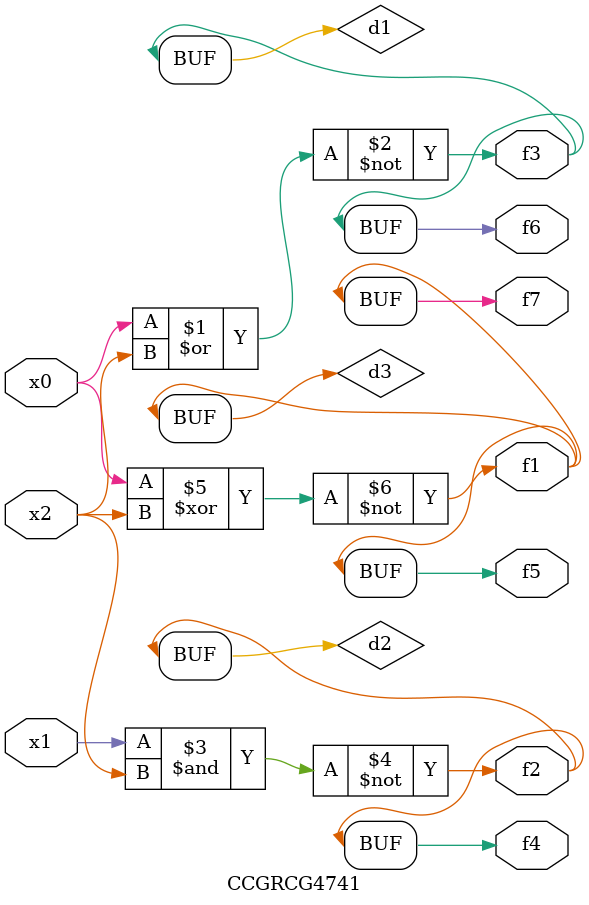
<source format=v>
module CCGRCG4741(
	input x0, x1, x2,
	output f1, f2, f3, f4, f5, f6, f7
);

	wire d1, d2, d3;

	nor (d1, x0, x2);
	nand (d2, x1, x2);
	xnor (d3, x0, x2);
	assign f1 = d3;
	assign f2 = d2;
	assign f3 = d1;
	assign f4 = d2;
	assign f5 = d3;
	assign f6 = d1;
	assign f7 = d3;
endmodule

</source>
